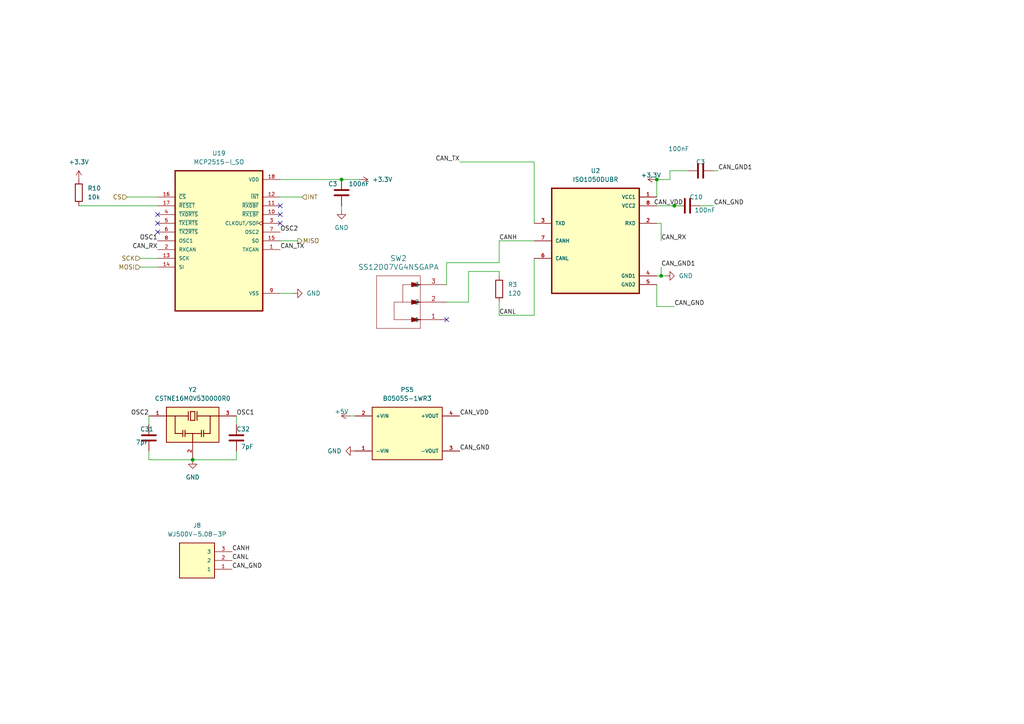
<source format=kicad_sch>
(kicad_sch (version 20230121) (generator eeschema)
  (paper "A4")
  (lib_symbols
    (symbol "2024-05-28_19-32-11:SS12D07VG4NSGAPA" (pin_names (offset 0.254))
      (property "Reference" "SW" (at 15.24 7.62 0))
      (property "Value" "SS12D07VG4NSGAPA" (at 20.32 5.08 0))
      (symbol "SS12D07VG4NSGAPA_0_1"
        (polyline (pts (xy 7.62 -12.7) (xy 20.32 -12.7)) (stroke (width 0.127)))
        (polyline (pts (xy 7.62 -10.16) (xy 10.16 -9.525)) (stroke (width 0.127)))
        (polyline (pts (xy 7.62 -5.08) (xy 10.16 -4.445)) (stroke (width 0.127)))
        (polyline (pts (xy 7.62 -5.08) (xy 15.24 -5.08)) (stroke (width 0.127)))
        (polyline (pts (xy 7.62 0) (xy 10.16 0.635)) (stroke (width 0.127)))
        (polyline (pts (xy 7.62 0) (xy 15.24 0)) (stroke (width 0.127)))
        (polyline (pts (xy 7.62 2.54) (xy 7.62 -12.7)) (stroke (width 0.127)))
        (polyline (pts (xy 10.16 -10.795) (xy 7.62 -10.16)) (stroke (width 0.127)))
        (polyline (pts (xy 10.16 -9.525) (xy 10.16 -10.795)) (stroke (width 0.127)))
        (polyline (pts (xy 10.16 -5.715) (xy 7.62 -5.08)) (stroke (width 0.127)))
        (polyline (pts (xy 10.16 -4.445) (xy 10.16 -5.715)) (stroke (width 0.127)))
        (polyline (pts (xy 10.16 -0.635) (xy 7.62 0)) (stroke (width 0.127)))
        (polyline (pts (xy 10.16 0.635) (xy 10.16 -0.635)) (stroke (width 0.127)))
        (polyline (pts (xy 12.7 -10.16) (xy 7.62 -10.16)) (stroke (width 0.127)))
        (polyline (pts (xy 12.7 -5.08) (xy 12.7 -10.16)) (stroke (width 0.127)))
        (polyline (pts (xy 15.24 0) (xy 15.24 -5.08)) (stroke (width 0.127)))
        (polyline (pts (xy 20.32 -12.7) (xy 20.32 2.54)) (stroke (width 0.127)))
        (polyline (pts (xy 20.32 2.54) (xy 7.62 2.54)) (stroke (width 0.127)))
        (polyline (pts (xy 7.62 -10.16) (xy 10.16 -9.525) (xy 10.16 -10.795)) (fill (type outline)))
        (polyline (pts (xy 7.62 -5.08) (xy 10.16 -4.445) (xy 10.16 -5.715)) (fill (type outline)))
        (polyline (pts (xy 7.62 0) (xy 10.16 0.635) (xy 10.16 -0.635)) (fill (type outline)))
        (pin unspecified line (at 0 0 0) (length 7.62) (name "1") (number "1"))
        (pin unspecified line (at 0 -5.08 0) (length 7.62) (name "2") (number "2"))
        (pin unspecified line (at 0 -10.16 0) (length 7.62) (name "3") (number "3"))
      )
    )
    (symbol "CSTNE16M0V530000R0:CSTNE16M0V530000R0" (pin_names (offset 1.016))
      (property "Reference" "Y" (at -7.62 6.35 0))
      (property "Value" "CSTNE16M0V530000R0" (at 1.27 -6.35 0))
      (symbol "CSTNE16M0V530000R0_0_0"
        (rectangle (start -7.62 -5.08) (end 7.62 5.08) (stroke (width 0.254)) (fill (type background)))
        (polyline (pts (xy -7.62 2.54) (xy -5.08 2.54)) (stroke (width 0.254)))
        (polyline (pts (xy -5.08 -2.54) (xy -5.08 2.54)) (stroke (width 0.254)))
        (polyline (pts (xy -5.08 2.54) (xy -1.27 2.54)) (stroke (width 0.254)))
        (polyline (pts (xy -2.8575 -2.54) (xy -5.08 -2.54)) (stroke (width 0.254)))
        (polyline (pts (xy -2.8575 -2.54) (xy -2.8575 -3.4925)) (stroke (width 0.254)))
        (polyline (pts (xy -2.8575 -1.5875) (xy -2.8575 -2.54)) (stroke (width 0.254)))
        (polyline (pts (xy -2.2225 -2.54) (xy -2.2225 -3.4925)) (stroke (width 0.254)))
        (polyline (pts (xy -2.2225 -1.5875) (xy -2.2225 -2.54)) (stroke (width 0.254)))
        (polyline (pts (xy -1.27 2.54) (xy -1.27 1.27)) (stroke (width 0.254)))
        (polyline (pts (xy -1.27 3.81) (xy -1.27 2.54)) (stroke (width 0.254)))
        (polyline (pts (xy -0.635 1.27) (xy -0.635 3.81)) (stroke (width 0.254)))
        (polyline (pts (xy -0.635 3.81) (xy 0.635 3.81)) (stroke (width 0.254)))
        (polyline (pts (xy 0 -5.08) (xy 0 -2.54)) (stroke (width 0.254)))
        (polyline (pts (xy 0 -2.54) (xy -2.2225 -2.54)) (stroke (width 0.254)))
        (polyline (pts (xy 0 -2.54) (xy 2.54 -2.54)) (stroke (width 0.254)))
        (polyline (pts (xy 0.635 1.27) (xy -0.635 1.27)) (stroke (width 0.254)))
        (polyline (pts (xy 0.635 3.81) (xy 0.635 1.27)) (stroke (width 0.254)))
        (polyline (pts (xy 1.27 2.54) (xy 1.27 1.27)) (stroke (width 0.254)))
        (polyline (pts (xy 1.27 2.54) (xy 5.08 2.54)) (stroke (width 0.254)))
        (polyline (pts (xy 1.27 3.81) (xy 1.27 2.54)) (stroke (width 0.254)))
        (polyline (pts (xy 2.54 -2.54) (xy 2.54 -3.4925)) (stroke (width 0.254)))
        (polyline (pts (xy 2.54 -1.5875) (xy 2.54 -2.54)) (stroke (width 0.254)))
        (polyline (pts (xy 3.175 -2.54) (xy 3.175 -3.4925)) (stroke (width 0.254)))
        (polyline (pts (xy 3.175 -2.54) (xy 5.08 -2.54)) (stroke (width 0.254)))
        (polyline (pts (xy 3.175 -1.5875) (xy 3.175 -2.54)) (stroke (width 0.254)))
        (polyline (pts (xy 5.08 -2.54) (xy 5.08 2.54)) (stroke (width 0.254)))
        (polyline (pts (xy 5.08 2.54) (xy 7.62 2.54)) (stroke (width 0.254)))
        (pin input line (at -12.7 2.54 0) (length 5.08) (name "~") (number "1"))
        (pin power_in line (at 0 -10.16 90) (length 5.08) (name "~") (number "2"))
        (pin output line (at 12.7 2.54 180) (length 5.08) (name "~") (number "3"))
      )
    )
    (symbol "Device:C" (pin_numbers hide) (pin_names (offset 0.254))
      (property "Reference" "C" (at 0.635 2.54 0))
      (property "Value" "C" (at 0.635 -2.54 0))
      (symbol "C_0_1"
        (polyline (pts (xy -2.032 -0.762) (xy 2.032 -0.762)) (stroke (width 0.508)))
        (polyline (pts (xy -2.032 0.762) (xy 2.032 0.762)) (stroke (width 0.508)))
      )
      (symbol "C_1_1"
        (pin passive line (at 0 3.81 270) (length 2.794) (name "~") (number "1"))
        (pin passive line (at 0 -3.81 90) (length 2.794) (name "~") (number "2"))
      )
    )
    (symbol "Device:R" (pin_numbers hide) (pin_names (offset 0))
      (property "Reference" "R" (at 2.032 0 90))
      (property "Value" "R" (at 0 0 90))
      (symbol "R_0_1"
        (rectangle (start -1.016 -2.54) (end 1.016 2.54) (stroke (width 0.254)))
      )
      (symbol "R_1_1"
        (pin passive line (at 0 3.81 270) (length 1.27) (name "~") (number "1"))
        (pin passive line (at 0 -3.81 90) (length 1.27) (name "~") (number "2"))
      )
    )
    (symbol "ISO1050DUBR:ISO1050DUBR" (pin_names (offset 1.016))
      (property "Reference" "U" (at -12.7 16.24 0))
      (property "Value" "ISO1050DUBR" (at -12.7 -19.24 0))
      (symbol "ISO1050DUBR_0_0"
        (rectangle (start -12.7 -15.24) (end 12.7 15.24) (stroke (width 0.41)) (fill (type background)))
        (pin power_in line (at 17.78 12.7 180) (length 5.08) (name "VCC1") (number "1"))
        (pin output line (at 17.78 5.08 180) (length 5.08) (name "RXD") (number "2"))
        (pin input line (at -17.78 5.08 0) (length 5.08) (name "TXD") (number "3"))
        (pin power_in line (at 17.78 -10.16 180) (length 5.08) (name "GND1") (number "4"))
        (pin power_in line (at 17.78 -12.7 180) (length 5.08) (name "GND2") (number "5"))
        (pin bidirectional line (at -17.78 -5.08 0) (length 5.08) (name "CANL") (number "6"))
        (pin bidirectional line (at -17.78 0 0) (length 5.08) (name "CANH") (number "7"))
        (pin power_in line (at 17.78 10.16 180) (length 5.08) (name "VCC2") (number "8"))
      )
    )
    (symbol "MCP2515-I_SO:MCP2515-I_SO" (pin_names (offset 1.016))
      (property "Reference" "U" (at -12.7 21.32 0))
      (property "Value" "MCP2515-I_SO" (at -12.7 -24.32 0))
      (symbol "MCP2515-I_SO_0_0"
        (rectangle (start -12.7 -20.32) (end 12.7 20.32) (stroke (width 0.41)) (fill (type background)))
        (pin output line (at 17.78 -2.54 180) (length 5.08) (name "TXCAN") (number "1"))
        (pin output line (at 17.78 7.62 180) (length 5.08) (name "~{RX1BF}") (number "10"))
        (pin output line (at 17.78 10.16 180) (length 5.08) (name "~{RX0BF}") (number "11"))
        (pin output line (at 17.78 12.7 180) (length 5.08) (name "~{INT}") (number "12"))
        (pin input line (at -17.78 -5.08 0) (length 5.08) (name "SCK") (number "13"))
        (pin input line (at -17.78 -7.62 0) (length 5.08) (name "SI") (number "14"))
        (pin output line (at 17.78 0 180) (length 5.08) (name "SO") (number "15"))
        (pin input line (at -17.78 12.7 0) (length 5.08) (name "~{CS}") (number "16"))
        (pin input line (at -17.78 10.16 0) (length 5.08) (name "~{RESET}") (number "17"))
        (pin power_in line (at 17.78 17.78 180) (length 5.08) (name "VDD") (number "18"))
        (pin input line (at -17.78 -2.54 0) (length 5.08) (name "RXCAN") (number "2"))
        (pin output clock (at 17.78 5.08 180) (length 5.08) (name "CLKOUT/SOF") (number "3"))
        (pin input line (at -17.78 7.62 0) (length 5.08) (name "~{TX0RTS}") (number "4"))
        (pin input line (at -17.78 5.08 0) (length 5.08) (name "~{TX1RTS}") (number "5"))
        (pin input line (at -17.78 2.54 0) (length 5.08) (name "~{TX2RTS}") (number "6"))
        (pin output line (at 17.78 2.54 180) (length 5.08) (name "OSC2") (number "7"))
        (pin input line (at -17.78 0 0) (length 5.08) (name "OSC1") (number "8"))
        (pin power_in line (at 17.78 -15.24 180) (length 5.08) (name "VSS") (number "9"))
      )
    )
    (symbol "RFM-0505S:RFM-0505S" (pin_names (offset 1.016))
      (property "Reference" "PS" (at -10.16 8.89 0))
      (property "Value" "RFM-0505S" (at -10.16 -10.16 0))
      (symbol "RFM-0505S_0_0"
        (rectangle (start -10.16 -7.62) (end 10.16 7.62) (stroke (width 0.254)) (fill (type background)))
        (pin input line (at -15.24 -5.08 0) (length 5.08) (name "-VIN") (number "1"))
        (pin input line (at -15.24 5.08 0) (length 5.08) (name "+VIN") (number "2"))
        (pin output line (at 15.24 -5.08 180) (length 5.08) (name "-VOUT") (number "3"))
        (pin output line (at 15.24 5.08 180) (length 5.08) (name "+VOUT") (number "4"))
      )
    )
    (symbol "TB006-508-03BE:TB006-508-03BE" (pin_names (offset 1.016))
      (property "Reference" "J" (at -5.58 5.08 0))
      (property "Value" "TB006-508-03BE" (at -5.08 -7.62 0))
      (symbol "TB006-508-03BE_0_0"
        (rectangle (start -5.08 -5.08) (end 5.08 5.08) (stroke (width 0.254)) (fill (type background)))
        (pin passive line (at -10.16 2.54 0) (length 5.08) (name "1") (number "1"))
        (pin passive line (at -10.16 0 0) (length 5.08) (name "2") (number "2"))
        (pin passive line (at -10.16 -2.54 0) (length 5.08) (name "3") (number "3"))
      )
    )
    (symbol "power:+3.3V" (power) (pin_names (offset 0))
      (property "Value" "+3.3V" (at 0 3.556 0))
      (symbol "+3.3V_0_1"
        (polyline (pts (xy -0.762 1.27) (xy 0 2.54)))
        (polyline (pts (xy 0 0) (xy 0 2.54)))
        (polyline (pts (xy 0 2.54) (xy 0.762 1.27)))
      )
      (symbol "+3.3V_1_1"
        (pin power_in line (at 0 0 90) (length 0) hide (name "+3.3V") (number "1"))
      )
    )
    (symbol "power:+5V" (power) (pin_names (offset 0))
      (property "Value" "+5V" (at 0 3.556 0))
      (symbol "+5V_0_1"
        (polyline (pts (xy -0.762 1.27) (xy 0 2.54)))
        (polyline (pts (xy 0 0) (xy 0 2.54)))
        (polyline (pts (xy 0 2.54) (xy 0.762 1.27)))
      )
      (symbol "+5V_1_1"
        (pin power_in line (at 0 0 90) (length 0) hide (name "+5V") (number "1"))
      )
    )
    (symbol "power:GND" (power) (pin_names (offset 0))
      (property "Value" "GND" (at 0 -3.81 0))
      (symbol "GND_0_1"
        (polyline (pts (xy 0 0) (xy 0 -1.27) (xy 1.27 -1.27) (xy 0 -2.54) (xy -1.27 -1.27) (xy 0 -1.27)))
      )
      (symbol "GND_1_1"
        (pin power_in line (at 0 0 270) (length 0) hide (name "GND") (number "1"))
      )
    )
  )
  (junction (at 55.88 133.35))
  (junction (at 191.77 80.01))
  (junction (at 99.06 52.07))
  (junction (at 195.58 59.69))
  (junction (at 190.5 52.07))
  (no_connect (at 129.54 92.71))
  (no_connect (at 81.28 62.23))
  (no_connect (at 45.72 67.31))
  (no_connect (at 81.28 64.77))
  (no_connect (at 81.28 59.69))
  (no_connect (at 45.72 64.77))
  (no_connect (at 45.72 62.23))
  (wire (pts (xy 154.94 46.99) (xy 154.94 64.77)))
  (wire (pts (xy 43.18 133.35) (xy 55.88 133.35)))
  (wire (pts (xy 207.01 49.53) (xy 208.28 49.53)))
  (wire (pts (xy 40.64 77.47) (xy 45.72 77.47)))
  (wire (pts (xy 194.31 52.07) (xy 190.5 52.07)))
  (wire (pts (xy 36.83 57.15) (xy 45.72 57.15)))
  (wire (pts (xy 81.28 69.85) (xy 86.36 69.85)))
  (wire (pts (xy 68.58 120.65) (xy 68.58 123.19)))
  (wire (pts (xy 191.77 64.77) (xy 190.5 64.77)))
  (wire (pts (xy 190.5 59.69) (xy 195.58 59.69)))
  (wire (pts (xy 101.6 120.65) (xy 102.87 120.65)))
  (wire (pts (xy 68.58 133.35) (xy 55.88 133.35)))
  (wire (pts (xy 190.5 57.15) (xy 190.5 52.07)))
  (wire (pts (xy 85.09 85.09) (xy 81.28 85.09)))
  (wire (pts (xy 194.31 49.53) (xy 199.39 49.53)))
  (wire (pts (xy 191.77 80.01) (xy 190.5 80.01)))
  (wire (pts (xy 43.18 130.81) (xy 43.18 133.35)))
  (wire (pts (xy 81.28 52.07) (xy 99.06 52.07)))
  (wire (pts (xy 195.58 88.9) (xy 190.5 88.9)))
  (wire (pts (xy 190.5 88.9) (xy 190.5 82.55)))
  (wire (pts (xy 191.77 69.85) (xy 191.77 64.77)))
  (wire (pts (xy 99.06 52.07) (xy 104.14 52.07)))
  (wire (pts (xy 193.04 80.01) (xy 191.77 80.01)))
  (wire (pts (xy 68.58 130.81) (xy 68.58 133.35)))
  (wire (pts (xy 191.77 77.47) (xy 191.77 80.01)))
  (wire (pts (xy 133.35 46.99) (xy 154.94 46.99)))
  (wire (pts (xy 22.86 59.69) (xy 45.72 59.69)))
  (wire (pts (xy 40.64 74.93) (xy 45.72 74.93)))
  (wire (pts (xy 129.54 76.2) (xy 129.54 82.55)))
  (wire (pts (xy 194.31 49.53) (xy 194.31 52.07)))
  (wire (pts (xy 135.89 78.74) (xy 144.78 78.74)))
  (wire (pts (xy 135.89 87.63) (xy 129.54 87.63)))
  (wire (pts (xy 81.28 57.15) (xy 87.63 57.15)))
  (wire (pts (xy 144.78 87.63) (xy 144.78 91.44)))
  (wire (pts (xy 43.18 120.65) (xy 43.18 123.19)))
  (wire (pts (xy 144.78 69.85) (xy 154.94 69.85)))
  (wire (pts (xy 207.01 59.69) (xy 203.2 59.69)))
  (wire (pts (xy 129.54 76.2) (xy 144.78 76.2)))
  (wire (pts (xy 144.78 78.74) (xy 144.78 80.01)))
  (wire (pts (xy 135.89 78.74) (xy 135.89 87.63)))
  (wire (pts (xy 144.78 76.2) (xy 144.78 69.85)))
  (wire (pts (xy 99.06 59.69) (xy 99.06 60.96)))
  (wire (pts (xy 154.94 74.93) (xy 154.94 91.44)))
  (wire (pts (xy 144.78 91.44) (xy 154.94 91.44)))
  (wire (pts (xy 198.12 59.69) (xy 195.58 59.69)))
  (label "CAN_GND" (at 195.58 88.9 0))
  (label "OSC1" (at 68.58 120.65 0))
  (label "OSC1" (at 45.72 69.85 180))
  (label "CAN_GND1" (at 191.77 77.47 0))
  (label "CANL" (at 67.31 162.56 0))
  (label "CANH" (at 144.78 69.85 0))
  (label "CAN_TX" (at 81.28 72.39 0))
  (label "CAN_GND" (at 207.01 59.69 0))
  (label "CAN_VDD" (at 133.35 120.65 0))
  (label "OSC2" (at 81.28 67.31 0))
  (label "CAN_GND1" (at 208.28 49.53 0))
  (label "CANH" (at 67.31 160.02 0))
  (label "CAN_GND" (at 133.35 130.81 0))
  (label "CAN_TX" (at 133.35 46.99 180))
  (label "CANL" (at 144.78 91.44 0))
  (label "CAN_RX" (at 191.77 69.85 0))
  (label "CAN_GND" (at 67.31 165.1 0))
  (label "OSC2" (at 43.18 120.65 180))
  (label "CAN_VDD" (at 198.12 59.69 180))
  (label "CAN_RX" (at 45.72 72.39 180))
  (hierarchical_label "INT" (shape input) (at 87.63 57.15 0))
  (hierarchical_label "MOSI" (shape input) (at 40.64 77.47 180))
  (hierarchical_label "MISO" (shape output) (at 86.36 69.85 0))
  (hierarchical_label "CS" (shape input) (at 36.83 57.15 180))
  (hierarchical_label "SCK" (shape input) (at 40.64 74.93 180))
  (symbol (lib_id "ISO1050DUBR:ISO1050DUBR") (at 172.72 69.85 0) (unit 1)
    (property "Reference" "U2" (at 172.72 49.53 0))
    (property "Value" "ISO1050DUBR" (at 172.72 52.07 0))
    (property "Footprint" "revparts2:SOP254P1040X485-8N" (effects hide))
    (instances (project "Motor Programmer Rev. 2" (path "" (reference "U2") (unit 1)) (path "" (reference "U20") (unit 1)) (path "" (reference "U22") (unit 1)) (path "" (reference "U24") (unit 1)) (path "" (reference "U26") (unit 1))))
  )
  (symbol (lib_id "Device:R") (at 144.78 83.82 0) (unit 1)
    (property "Reference" "R3" (at 147.32 82.55 0) (effects (justify left)))
    (property "Value" "120" (at 147.32 85.09 0) (effects (justify left)))
    (property "Footprint" "Resistor_SMD:R_0402_1005Metric" (effects hide))
    (instances (project "Motor Programmer Rev. 2" (path "" (reference "R3") (unit 1)) (path "" (reference "R21") (unit 1)) (path "" (reference "R23") (unit 1)) (path "" (reference "R25") (unit 1)) (path "" (reference "R27") (unit 1))))
  )
  (symbol (lib_id "power:+3.3V") (at 104.14 52.07 270) (unit 1)
    (property "Reference" "#PWR077" (effects hide))
    (property "Value" "+3.3V" (at 107.95 52.07 90) (effects (justify left)))
    (instances (project "Motor Programmer Rev. 2" (path "" (reference "#PWR077") (unit 1)) (path "" (reference "#PWR086") (unit 1)) (path "" (reference "#PWR095") (unit 1)) (path "" (reference "#PWR0104") (unit 1))))
  )
  (symbol (lib_id "power:+5V") (at 101.6 120.65 90) (unit 1)
    (property "Reference" "#PWR030" (effects hide))
    (property "Value" "+5V" (at 99.06 119.38 90))
    (instances (project "Motor Programmer Rev. 2" (path "" (reference "#PWR030") (unit 1)) (path "" (reference "#PWR078") (unit 1)) (path "" (reference "#PWR087") (unit 1)) (path "" (reference "#PWR096") (unit 1)) (path "" (reference "#PWR0105") (unit 1))))
  )
  (symbol (lib_id "Device:C") (at 99.06 55.88 180) (unit 1)
    (property "Reference" "C3" (at 96.52 53.34 0))
    (property "Value" "100nF" (at 104.14 53.34 0))
    (property "Footprint" "Capacitor_SMD:C_0402_1005Metric" (effects hide))
    (instances (project "Motor Programmer Rev. 2" (path "" (reference "C3") (unit 1)) (path "" (reference "C33") (unit 1)) (path "" (reference "C38") (unit 1)) (path "" (reference "C43") (unit 1)) (path "" (reference "C48") (unit 1))))
  )
  (symbol (lib_id "Device:R") (at 22.86 55.88 0) (unit 1)
    (property "Reference" "R10" (at 25.4 54.61 0) (effects (justify left)))
    (property "Value" "10k" (at 25.4 57.15 0) (effects (justify left)))
    (property "Footprint" "Resistor_SMD:R_0402_1005Metric" (effects hide))
    (instances (project "Motor Programmer Rev. 2" (path "" (reference "R10") (unit 1)) (path "" (reference "R22") (unit 1)) (path "" (reference "R24") (unit 1)) (path "" (reference "R26") (unit 1))))
  )
  (symbol (lib_id "Device:C") (at 203.2 49.53 90) (unit 1)
    (property "Reference" "C3" (at 203.2 46.99 90))
    (property "Value" "100nF" (at 196.85 43.18 90))
    (property "Footprint" "Capacitor_SMD:C_0402_1005Metric" (effects hide))
    (instances (project "Motor Programmer Rev. 2" (path "" (reference "C3") (unit 1)) (path "" (reference "C35") (unit 1)) (path "" (reference "C40") (unit 1)) (path "" (reference "C45") (unit 1)) (path "" (reference "C50") (unit 1))))
  )
  (symbol (lib_id "power:GND") (at 85.09 85.09 90) (unit 1)
    (property "Reference" "#PWR075" (effects hide))
    (property "Value" "GND" (at 88.9 85.09 90) (effects (justify right)))
    (instances (project "Motor Programmer Rev. 2" (path "" (reference "#PWR075") (unit 1)) (path "" (reference "#PWR084") (unit 1)) (path "" (reference "#PWR093") (unit 1)) (path "" (reference "#PWR0102") (unit 1))))
  )
  (symbol (lib_id "RFM-0505S:RFM-0505S") (at 118.11 125.73 0) (unit 1)
    (property "Reference" "PS5" (at 118.11 113.03 0))
    (property "Value" "B0505S-1WR3" (at 118.11 115.57 0))
    (property "Footprint" "relevantparts:CONV_RFM-0505S" (effects hide))
    (property "PARTREV" "0" (effects hide))
    (property "STANDARD" "Manufacturer Recommendations" (effects hide))
    (property "MAXIMUM_PACKAGE_HEIGHT" "10mm" (effects hide))
    (property "MANUFACTURER" "Recom" (effects hide))
    (instances (project "Motor Programmer Rev. 2" (path "" (reference "PS5") (unit 1)) (path "" (reference "PS6") (unit 1)) (path "" (reference "PS7") (unit 1)) (path "" (reference "PS8") (unit 1))))
  )
  (symbol (lib_id "Device:C") (at 68.58 127 0) (unit 1)
    (property "Reference" "C32" (at 68.58 124.46 0) (effects (justify left)))
    (property "Value" "7pF" (at 69.85 129.54 0) (effects (justify left)))
    (property "Footprint" "Capacitor_SMD:C_0603_1608Metric" (effects hide))
    (instances (project "Motor Programmer Rev. 2" (path "" (reference "C32") (unit 1)) (path "" (reference "C37") (unit 1)) (path "" (reference "C42") (unit 1)) (path "" (reference "C47") (unit 1))))
  )
  (symbol (lib_id "power:GND") (at 99.06 60.96 0) (unit 1)
    (property "Reference" "#PWR076" (effects hide))
    (property "Value" "GND" (at 99.06 66.04 0))
    (instances (project "Motor Programmer Rev. 2" (path "" (reference "#PWR076") (unit 1)) (path "" (reference "#PWR085") (unit 1)) (path "" (reference "#PWR094") (unit 1)) (path "" (reference "#PWR0103") (unit 1))))
  )
  (symbol (lib_id "power:+3.3V") (at 190.5 52.07 90) (unit 1)
    (property "Reference" "#PWR013" (effects hide))
    (property "Value" "+3.3V" (at 191.77 50.8 90) (effects (justify left)))
    (instances (project "Motor Programmer Rev. 2" (path "" (reference "#PWR013") (unit 1)) (path "" (reference "#PWR080") (unit 1)) (path "" (reference "#PWR089") (unit 1)) (path "" (reference "#PWR098") (unit 1)) (path "" (reference "#PWR0107") (unit 1))))
  )
  (symbol (lib_id "power:GND") (at 55.88 133.35 0) (unit 1)
    (property "Reference" "#PWR074" (effects hide))
    (property "Value" "GND" (at 55.88 138.43 0))
    (instances (project "Motor Programmer Rev. 2" (path "" (reference "#PWR074") (unit 1)) (path "" (reference "#PWR083") (unit 1)) (path "" (reference "#PWR092") (unit 1)) (path "" (reference "#PWR0101") (unit 1))))
  )
  (symbol (lib_id "power:GND") (at 193.04 80.01 90) (unit 1)
    (property "Reference" "#PWR010" (effects hide))
    (property "Value" "GND" (at 196.85 80.01 90) (effects (justify right)))
    (instances (project "Motor Programmer Rev. 2" (path "" (reference "#PWR010") (unit 1)) (path "" (reference "#PWR081") (unit 1)) (path "" (reference "#PWR090") (unit 1)) (path "" (reference "#PWR099") (unit 1)) (path "" (reference "#PWR0108") (unit 1))))
  )
  (symbol (lib_id "Device:C") (at 43.18 127 0) (unit 1)
    (property "Reference" "C31" (at 40.64 124.46 0) (effects (justify left)))
    (property "Value" "7pF" (at 39.37 128.27 0) (effects (justify left)))
    (property "Footprint" "Capacitor_SMD:C_0603_1608Metric" (effects hide))
    (instances (project "Motor Programmer Rev. 2" (path "" (reference "C31") (unit 1)) (path "" (reference "C36") (unit 1)) (path "" (reference "C41") (unit 1)) (path "" (reference "C46") (unit 1))))
  )
  (symbol (lib_id "Device:C") (at 199.39 59.69 90) (unit 1)
    (property "Reference" "C10" (at 201.93 57.15 90))
    (property "Value" "100nF" (at 204.47 60.96 90))
    (property "Footprint" "Capacitor_SMD:C_0402_1005Metric" (effects hide))
    (instances (project "Motor Programmer Rev. 2" (path "" (reference "C10") (unit 1)) (path "" (reference "C34") (unit 1)) (path "" (reference "C39") (unit 1)) (path "" (reference "C44") (unit 1)) (path "" (reference "C49") (unit 1))))
  )
  (symbol (lib_id "power:GND") (at 102.87 130.81 270) (unit 1)
    (property "Reference" "#PWR079" (effects hide))
    (property "Value" "GND" (at 99.06 130.81 90) (effects (justify right)))
    (instances (project "Motor Programmer Rev. 2" (path "" (reference "#PWR079") (unit 1)) (path "" (reference "#PWR088") (unit 1)) (path "" (reference "#PWR097") (unit 1)) (path "" (reference "#PWR0106") (unit 1))))
  )
  (symbol (lib_id "MCP2515-I_SO:MCP2515-I_SO") (at 63.5 69.85 0) (unit 1)
    (property "Reference" "U19" (at 63.5 44.45 0))
    (property "Value" "MCP2515-I_SO" (at 63.5 46.99 0))
    (property "Footprint" "revparts2:SOIC127P1030X265-18N" (effects hide))
    (instances (project "Motor Programmer Rev. 2" (path "" (reference "U19") (unit 1)) (path "" (reference "U21") (unit 1)) (path "" (reference "U23") (unit 1)) (path "" (reference "U25") (unit 1))))
  )
  (symbol (lib_id "2024-05-28_19-32-11:SS12D07VG4NSGAPA") (at 129.54 92.71 180) (unit 1)
    (property "Reference" "SW2" (at 115.57 74.93 0) (effects (font (size 1.524 1.524))))
    (property "Value" "SS12D07VG4NSGAPA" (at 115.57 77.47 0) (effects (font (size 1.524 1.524))))
    (property "Footprint" "revparts2:SS12D07_CNK" (effects hide))
    (property "Datasheet" "SS12D07VG4NSGAPA" (effects hide))
    (instances (project "Motor Programmer Rev. 2" (path "" (reference "SW2") (unit 1)) (path "" (reference "SW1") (unit 1)) (path "" (reference "SW3") (unit 1)) (path "" (reference "SW4") (unit 1))))
  )
  (symbol (lib_id "TB006-508-03BE:TB006-508-03BE") (at 57.15 162.56 180) (unit 1)
    (property "Reference" "J8" (at 57.15 152.4 0))
    (property "Value" "WJ500V-5.08-3P" (at 57.15 154.94 0))
    (property "Footprint" "revparts2:CUI_TB006-508-03BE" (effects hide))
    (property "STANDARD" "Manufacturer Recommendations" (effects hide))
    (property "MANUFACTURER" "CUI" (effects hide))
    (instances (project "Motor Programmer Rev. 2" (path "" (reference "J8") (unit 1)) (path "" (reference "J9") (unit 1)) (path "" (reference "J10") (unit 1)) (path "" (reference "J11") (unit 1))))
  )
  (symbol (lib_id "power:+3.3V") (at 22.86 52.07 0) (unit 1)
    (property "Reference" "#PWR073" (effects hide))
    (property "Value" "+3.3V" (at 22.86 46.99 0))
    (instances (project "Motor Programmer Rev. 2" (path "" (reference "#PWR073") (unit 1)) (path "" (reference "#PWR082") (unit 1)) (path "" (reference "#PWR091") (unit 1)) (path "" (reference "#PWR0100") (unit 1))))
  )
  (symbol (lib_id "CSTNE16M0V530000R0:CSTNE16M0V530000R0") (at 55.88 123.19 0) (unit 1)
    (property "Reference" "Y2" (at 55.88 113.03 0))
    (property "Value" "CSTNE16M0V530000R0" (at 55.88 115.57 0))
    (property "Footprint" "revparts2:OSC_CSTNE16M0V530000R0" (effects hide))
    (property "PARTREV" "JGC42-8853B" (effects hide))
    (property "MANUFACTURER" "Murata" (effects hide))
    (property "MAXIMUM_PACKAGE_HEIGHT" "1mm" (effects hide))
    (property "STANDARD" "Manufacturer Recomendations" (effects hide))
    (instances (project "Motor Programmer Rev. 2" (path "" (reference "Y2") (unit 1)) (path "" (reference "Y3") (unit 1)) (path "" (reference "Y4") (unit 1)) (path "" (reference "Y5") (unit 1))))
  )
)
</source>
